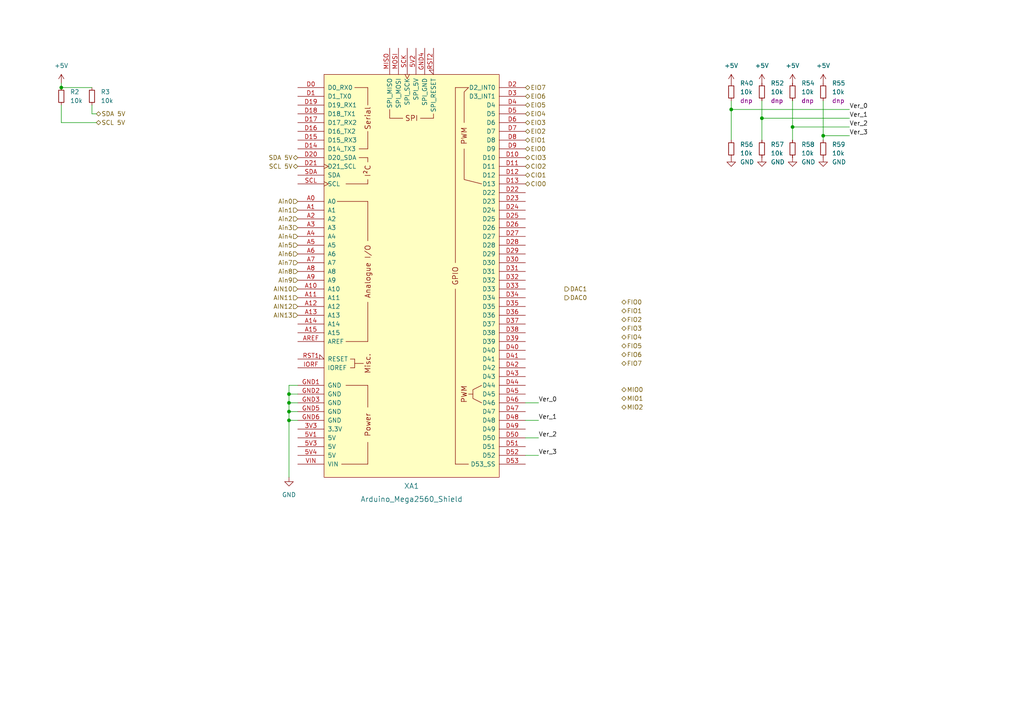
<source format=kicad_sch>
(kicad_sch (version 20211123) (generator eeschema)
  (paper "A4")
  (title_block (title "CIB PCB") (date "2022-05-27") (company "ChargePoint, Inc"))
  (lib_symbols
    (symbol "Arduino:Arduino_Mega2560_Shield" (pin_names (offset 1.016))
      (property "Reference" "XA" (at 2.54 0 90))
      (property "Value" "Arduino_Mega2560_Shield" (at -2.54 0 90))
      (symbol "Arduino_Mega2560_Shield_0_0"
        (rectangle (start -25.4 -58.42) (end 25.4 58.42) (fill (type background)))
        (rectangle (start -20.32 -54.61) (end -12.7 -54.61))
        (rectangle (start -19.05 -31.75) (end -12.7 -31.75))
        (rectangle (start -19.05 -19.05) (end -12.7 -19.05))
        (rectangle (start -19.05 26.67) (end -12.7 26.67))
        (rectangle (start -17.78 -26.67) (end -16.51 -26.67))
        (rectangle (start -17.78 -24.13) (end -16.51 -24.13))
        (rectangle (start -16.51 -25.4) (end -13.97 -25.4))
        (rectangle (start -16.51 -24.13) (end -16.51 -26.67))
        (rectangle (start -16.51 54.61) (end -12.7 54.61))
        (rectangle (start -15.24 34.29) (end -12.7 34.29))
        (rectangle (start -15.24 36.83) (end -12.7 36.83))
        (rectangle (start -12.7 -54.61) (end -12.7 -48.26))
        (rectangle (start -12.7 -31.75) (end -12.7 -38.1))
        (rectangle (start -12.7 26.67) (end -12.7 27.94))
        (rectangle (start -12.7 34.29) (end -12.7 33.02))
        (rectangle (start -12.7 41.91) (end -12.7 36.83))
        (rectangle (start -12.7 49.53) (end -12.7 54.61))
        (rectangle (start -6.35 48.26) (end -6.35 45.72))
        (rectangle (start -2.54 45.72) (end -6.35 45.72))
        (polyline (pts (xy -21.59 21.59) (xy -12.7 21.59)))
        (polyline (pts (xy -12.7 -19.05) (xy -12.7 -7.62)))
        (polyline (pts (xy -12.7 10.16) (xy -12.7 21.59)))
        (polyline (pts (xy 12.7 -54.61) (xy 16.51 -54.61)))
        (polyline (pts (xy 12.7 54.61) (xy 16.51 54.61)))
        (polyline (pts (xy 17.78 -34.29) (xy 16.51 -34.29)))
        (polyline (pts (xy 15.24 36.83) (xy 15.24 27.94) (xy 20.32 26.67)))
        (polyline (pts (xy 15.24 44.45) (xy 15.24 53.34) (xy 16.51 54.61)))
        (polyline (pts (xy 20.32 -31.75) (xy 17.78 -33.02) (xy 17.78 -35.56) (xy 20.32 -36.83)))
        (rectangle (start 6.35 45.72) (end 2.54 45.72))
        (rectangle (start 6.35 46.99) (end 6.35 45.72))
        (text "Analogue I/O" (at -12.7 1.27 900) (effects (font (size 1.524 1.524))))
        (text "I²C" (at -12.7 30.48 900) (effects (font (size 1.524 1.524))))
        (text "Misc." (at -12.7 -25.4 900) (effects (font (size 1.524 1.524))))
        (text "Power" (at -12.7 -43.18 900) (effects (font (size 1.524 1.524))))
        (text "PWM" (at 15.24 -34.29 900) (effects (font (size 1.524 1.524))))
        (text "PWM" (at 15.24 40.64 900) (effects (font (size 1.524 1.524))))
        (text "Serial" (at -12.7 45.72 900) (effects (font (size 1.524 1.524))))
        (text "SPI" (at 0 45.72 0) (effects (font (size 1.524 1.524))))
      )
      (symbol "Arduino_Mega2560_Shield_1_0"
        (rectangle (start 12.7 -54.61) (end 12.7 -3.81))
        (rectangle (start 12.7 54.61) (end 12.7 3.81))
        (text "GPIO" (at 12.7 0 900) (effects (font (size 1.524 1.524))))
      )
      (symbol "Arduino_Mega2560_Shield_1_1"
        (pin power_in line (at -33.02 -44.45 0) (length 7.62) (name "3.3V") (number "3V3"))
        (pin power_in line (at -33.02 -46.99 0) (length 7.62) (name "5V") (number "5V1"))
        (pin power_in line (at 1.27 66.04 270) (length 7.62) (name "SPI_5V") (number "5V2"))
        (pin power_in line (at -33.02 -49.53 0) (length 7.62) (name "5V") (number "5V3"))
        (pin power_in line (at -33.02 -52.07 0) (length 7.62) (name "5V") (number "5V4"))
        (pin bidirectional line (at -33.02 21.59 0) (length 7.62) (name "A0") (number "A0"))
        (pin bidirectional line (at -33.02 19.05 0) (length 7.62) (name "A1") (number "A1"))
        (pin bidirectional line (at -33.02 -3.81 0) (length 7.62) (name "A10") (number "A10"))
        (pin bidirectional line (at -33.02 -6.35 0) (length 7.62) (name "A11") (number "A11"))
        (pin bidirectional line (at -33.02 -8.89 0) (length 7.62) (name "A12") (number "A12"))
        (pin bidirectional line (at -33.02 -11.43 0) (length 7.62) (name "A13") (number "A13"))
        (pin bidirectional line (at -33.02 -13.97 0) (length 7.62) (name "A14") (number "A14"))
        (pin bidirectional line (at -33.02 -16.51 0) (length 7.62) (name "A15") (number "A15"))
        (pin bidirectional line (at -33.02 16.51 0) (length 7.62) (name "A2") (number "A2"))
        (pin bidirectional line (at -33.02 13.97 0) (length 7.62) (name "A3") (number "A3"))
        (pin bidirectional line (at -33.02 11.43 0) (length 7.62) (name "A4") (number "A4"))
        (pin bidirectional line (at -33.02 8.89 0) (length 7.62) (name "A5") (number "A5"))
        (pin bidirectional line (at -33.02 6.35 0) (length 7.62) (name "A6") (number "A6"))
        (pin bidirectional line (at -33.02 3.81 0) (length 7.62) (name "A7") (number "A7"))
        (pin bidirectional line (at -33.02 1.27 0) (length 7.62) (name "A8") (number "A8"))
        (pin bidirectional line (at -33.02 -1.27 0) (length 7.62) (name "A9") (number "A9"))
        (pin input line (at -33.02 -19.05 0) (length 7.62) (name "AREF") (number "AREF"))
        (pin bidirectional line (at -33.02 54.61 0) (length 7.62) (name "D0_RX0") (number "D0"))
        (pin bidirectional line (at -33.02 52.07 0) (length 7.62) (name "D1_TX0") (number "D1"))
        (pin bidirectional line (at 33.02 34.29 180) (length 7.62) (name "D10") (number "D10"))
        (pin bidirectional line (at 33.02 31.75 180) (length 7.62) (name "D11") (number "D11"))
        (pin bidirectional line (at 33.02 29.21 180) (length 7.62) (name "D12") (number "D12"))
        (pin bidirectional line (at 33.02 26.67 180) (length 7.62) (name "D13") (number "D13"))
        (pin bidirectional line (at -33.02 36.83 0) (length 7.62) (name "D14_TX3") (number "D14"))
        (pin bidirectional line (at -33.02 39.37 0) (length 7.62) (name "D15_RX3") (number "D15"))
        (pin bidirectional line (at -33.02 41.91 0) (length 7.62) (name "D16_TX2") (number "D16"))
        (pin bidirectional line (at -33.02 44.45 0) (length 7.62) (name "D17_RX2") (number "D17"))
        (pin bidirectional line (at -33.02 46.99 0) (length 7.62) (name "D18_TX1") (number "D18"))
        (pin bidirectional line (at -33.02 49.53 0) (length 7.62) (name "D19_RX1") (number "D19"))
        (pin bidirectional line (at 33.02 54.61 180) (length 7.62) (name "D2_INT0") (number "D2"))
        (pin bidirectional line (at -33.02 34.29 0) (length 7.62) (name "D20_SDA") (number "D20"))
        (pin bidirectional clock (at -33.02 31.75 0) (length 7.62) (name "D21_SCL") (number "D21"))
        (pin bidirectional line (at 33.02 24.13 180) (length 7.62) (name "D22") (number "D22"))
        (pin bidirectional line (at 33.02 21.59 180) (length 7.62) (name "D23") (number "D23"))
        (pin bidirectional line (at 33.02 19.05 180) (length 7.62) (name "D24") (number "D24"))
        (pin bidirectional line (at 33.02 16.51 180) (length 7.62) (name "D25") (number "D25"))
        (pin bidirectional line (at 33.02 13.97 180) (length 7.62) (name "D26") (number "D26"))
        (pin bidirectional line (at 33.02 11.43 180) (length 7.62) (name "D27") (number "D27"))
        (pin bidirectional line (at 33.02 8.89 180) (length 7.62) (name "D28") (number "D28"))
        (pin bidirectional line (at 33.02 6.35 180) (length 7.62) (name "D29") (number "D29"))
        (pin bidirectional line (at 33.02 52.07 180) (length 7.62) (name "D3_INT1") (number "D3"))
        (pin bidirectional line (at 33.02 3.81 180) (length 7.62) (name "D30") (number "D30"))
        (pin bidirectional line (at 33.02 1.27 180) (length 7.62) (name "D31") (number "D31"))
        (pin bidirectional line (at 33.02 -1.27 180) (length 7.62) (name "D32") (number "D32"))
        (pin bidirectional line (at 33.02 -3.81 180) (length 7.62) (name "D33") (number "D33"))
        (pin bidirectional line (at 33.02 -6.35 180) (length 7.62) (name "D34") (number "D34"))
        (pin bidirectional line (at 33.02 -8.89 180) (length 7.62) (name "D35") (number "D35"))
        (pin bidirectional line (at 33.02 -11.43 180) (length 7.62) (name "D36") (number "D36"))
        (pin bidirectional line (at 33.02 -13.97 180) (length 7.62) (name "D37") (number "D37"))
        (pin bidirectional line (at 33.02 -16.51 180) (length 7.62) (name "D38") (number "D38"))
        (pin bidirectional line (at 33.02 -19.05 180) (length 7.62) (name "D39") (number "D39"))
        (pin bidirectional line (at 33.02 49.53 180) (length 7.62) (name "D4") (number "D4"))
        (pin bidirectional line (at 33.02 -21.59 180) (length 7.62) (name "D40") (number "D40"))
        (pin bidirectional line (at 33.02 -24.13 180) (length 7.62) (name "D41") (number "D41"))
        (pin bidirectional line (at 33.02 -26.67 180) (length 7.62) (name "D42") (number "D42"))
        (pin bidirectional line (at 33.02 -29.21 180) (length 7.62) (name "D43") (number "D43"))
        (pin bidirectional line (at 33.02 -31.75 180) (length 7.62) (name "D44") (number "D44"))
        (pin bidirectional line (at 33.02 -34.29 180) (length 7.62) (name "D45") (number "D45"))
        (pin bidirectional line (at 33.02 -36.83 180) (length 7.62) (name "D46") (number "D46"))
        (pin bidirectional line (at 33.02 -39.37 180) (length 7.62) (name "D47") (number "D47"))
        (pin bidirectional line (at 33.02 -41.91 180) (length 7.62) (name "D48") (number "D48"))
        (pin bidirectional line (at 33.02 -44.45 180) (length 7.62) (name "D49") (number "D49"))
        (pin bidirectional line (at 33.02 46.99 180) (length 7.62) (name "D5") (number "D5"))
        (pin bidirectional line (at 33.02 -46.99 180) (length 7.62) (name "D50") (number "D50"))
        (pin bidirectional line (at 33.02 -49.53 180) (length 7.62) (name "D51") (number "D51"))
        (pin bidirectional line (at 33.02 -52.07 180) (length 7.62) (name "D52") (number "D52"))
        (pin bidirectional line (at 33.02 -54.61 180) (length 7.62) (name "D53_SS") (number "D53"))
        (pin bidirectional line (at 33.02 44.45 180) (length 7.62) (name "D6") (number "D6"))
        (pin bidirectional line (at 33.02 41.91 180) (length 7.62) (name "D7") (number "D7"))
        (pin bidirectional line (at 33.02 39.37 180) (length 7.62) (name "D8") (number "D8"))
        (pin bidirectional line (at 33.02 36.83 180) (length 7.62) (name "D9") (number "D9"))
        (pin power_in line (at -33.02 -31.75 0) (length 7.62) (name "GND") (number "GND1"))
        (pin power_in line (at -33.02 -34.29 0) (length 7.62) (name "GND") (number "GND2"))
        (pin power_in line (at -33.02 -36.83 0) (length 7.62) (name "GND") (number "GND3"))
        (pin power_in line (at 3.81 66.04 270) (length 7.62) (name "SPI_GND") (number "GND4"))
        (pin power_in line (at -33.02 -39.37 0) (length 7.62) (name "GND") (number "GND5"))
        (pin power_in line (at -33.02 -41.91 0) (length 7.62) (name "GND") (number "GND6"))
        (pin output line (at -33.02 -26.67 0) (length 7.62) (name "IOREF") (number "IORF"))
        (pin input line (at -6.35 66.04 270) (length 7.62) (name "SPI_MISO") (number "MISO"))
        (pin output line (at -3.81 66.04 270) (length 7.62) (name "SPI_MOSI") (number "MOSI"))
        (pin open_collector input_low (at -33.02 -24.13 0) (length 7.62) (name "RESET") (number "RST1"))
        (pin open_collector input_low (at 6.35 66.04 270) (length 7.62) (name "SPI_RESET") (number "RST2"))
        (pin output clock (at -1.27 66.04 270) (length 7.62) (name "SPI_SCK") (number "SCK"))
        (pin bidirectional clock (at -33.02 26.67 0) (length 7.62) (name "SCL") (number "SCL"))
        (pin bidirectional line (at -33.02 29.21 0) (length 7.62) (name "SDA") (number "SDA"))
        (pin power_in line (at -33.02 -54.61 0) (length 7.62) (name "VIN") (number "VIN"))
      )
    )
    (symbol "Device:R_Small" (pin_numbers hide) (pin_names (offset 0.254) hide)
      (property "Reference" "R" (at 0.762 0.508 0))
      (property "Value" "R_Small" (at 0.762 -1.016 0))
      (symbol "R_Small_0_1"
        (rectangle (start -0.762 1.778) (end 0.762 -1.778) (stroke (width 0.2032)))
      )
      (symbol "R_Small_1_1"
        (pin passive line (at 0 2.54 270) (length 0.762) (name "~") (number "1"))
        (pin passive line (at 0 -2.54 90) (length 0.762) (name "~") (number "2"))
      )
    )
    (symbol "power:+5V" (power) (pin_names (offset 0))
      (property "Value" "+5V" (at 0 3.556 0))
      (symbol "+5V_0_1"
        (polyline (pts (xy -0.762 1.27) (xy 0 2.54)))
        (polyline (pts (xy 0 0) (xy 0 2.54)))
        (polyline (pts (xy 0 2.54) (xy 0.762 1.27)))
      )
      (symbol "+5V_1_1"
        (pin power_in line (at 0 0 90) (length 0) hide (name "+5V") (number "1"))
      )
    )
    (symbol "power:GND" (power) (pin_names (offset 0))
      (property "Value" "GND" (at 0 -3.81 0))
      (symbol "GND_0_1"
        (polyline (pts (xy 0 0) (xy 0 -1.27) (xy 1.27 -1.27) (xy 0 -2.54) (xy -1.27 -1.27) (xy 0 -1.27)))
      )
      (symbol "GND_1_1"
        (pin power_in line (at 0 0 270) (length 0) hide (name "GND") (number "1"))
      )
    )
  )
  (junction (at 220.98 34.29))
  (junction (at 83.82 119.38))
  (junction (at 83.82 116.84))
  (junction (at 212.09 31.75))
  (junction (at 83.82 121.92))
  (junction (at 83.82 114.3))
  (junction (at 238.76 39.37))
  (junction (at 17.78 25.4))
  (junction (at 229.87 36.83))
  (wire (pts (xy 83.82 114.3) (xy 83.82 116.84)))
  (wire (pts (xy 212.09 29.21) (xy 212.09 31.75)))
  (wire (pts (xy 229.87 29.21) (xy 229.87 36.83)))
  (wire (pts (xy 152.4 121.92) (xy 156.21 121.92)))
  (wire (pts (xy 17.78 35.56) (xy 27.94 35.56)))
  (wire (pts (xy 212.09 31.75) (xy 212.09 40.64)))
  (wire (pts (xy 220.98 29.21) (xy 220.98 34.29)))
  (wire (pts (xy 83.82 119.38) (xy 83.82 121.92)))
  (wire (pts (xy 152.4 116.84) (xy 156.21 116.84)))
  (wire (pts (xy 83.82 121.92) (xy 86.36 121.92)))
  (wire (pts (xy 229.87 36.83) (xy 229.87 40.64)))
  (wire (pts (xy 26.67 33.02) (xy 27.94 33.02)))
  (wire (pts (xy 238.76 39.37) (xy 238.76 40.64)))
  (wire (pts (xy 86.36 111.76) (xy 83.82 111.76)))
  (wire (pts (xy 83.82 114.3) (xy 86.36 114.3)))
  (wire (pts (xy 152.4 132.08) (xy 156.21 132.08)))
  (wire (pts (xy 83.82 111.76) (xy 83.82 114.3)))
  (wire (pts (xy 83.82 121.92) (xy 83.82 138.43)))
  (wire (pts (xy 229.87 36.83) (xy 246.38 36.83)))
  (wire (pts (xy 220.98 34.29) (xy 220.98 40.64)))
  (wire (pts (xy 238.76 39.37) (xy 246.38 39.37)))
  (wire (pts (xy 152.4 127) (xy 156.21 127)))
  (wire (pts (xy 83.82 116.84) (xy 86.36 116.84)))
  (wire (pts (xy 220.98 34.29) (xy 246.38 34.29)))
  (wire (pts (xy 17.78 24.13) (xy 17.78 25.4)))
  (wire (pts (xy 17.78 25.4) (xy 26.67 25.4)))
  (wire (pts (xy 238.76 29.21) (xy 238.76 39.37)))
  (wire (pts (xy 212.09 31.75) (xy 246.38 31.75)))
  (wire (pts (xy 26.67 33.02) (xy 26.67 30.48)))
  (wire (pts (xy 83.82 116.84) (xy 83.82 119.38)))
  (wire (pts (xy 83.82 119.38) (xy 86.36 119.38)))
  (wire (pts (xy 17.78 30.48) (xy 17.78 35.56)))
  (label "Ver_2" (at 156.21 127 0))
  (label "Ver_3" (at 246.38 39.37 0))
  (label "Ver_3" (at 156.21 132.08 0))
  (label "Ver_0" (at 156.21 116.84 0))
  (label "Ver_1" (at 246.38 34.29 0))
  (label "Ver_1" (at 156.21 121.92 0))
  (label "Ver_0" (at 246.38 31.75 0))
  (label "Ver_2" (at 246.38 36.83 0))
  (hierarchical_label "AIN11" (shape input) (at 86.36 86.36 180))
  (hierarchical_label "Ain7" (shape input) (at 86.36 76.2 180))
  (hierarchical_label "Ain3" (shape input) (at 86.36 66.04 180))
  (hierarchical_label "EIO4" (shape bidirectional) (at 152.4 33.02 0))
  (hierarchical_label "Ain5" (shape input) (at 86.36 71.12 180))
  (hierarchical_label "CIO0" (shape bidirectional) (at 152.4 53.34 0))
  (hierarchical_label "Ain9" (shape input) (at 86.36 81.28 180))
  (hierarchical_label "AIN12" (shape input) (at 86.36 88.9 180))
  (hierarchical_label "FIO6" (shape bidirectional) (at 180.34 102.87 0))
  (hierarchical_label "MIO1" (shape bidirectional) (at 180.34 115.57 0))
  (hierarchical_label "Ain6" (shape input) (at 86.36 73.66 180))
  (hierarchical_label "SDA 5V" (shape bidirectional) (at 86.36 45.72 180))
  (hierarchical_label "Ain8" (shape input) (at 86.36 78.74 180))
  (hierarchical_label "DAC0" (shape output) (at 163.83 86.36 0))
  (hierarchical_label "Ain2" (shape input) (at 86.36 63.5 180))
  (hierarchical_label "FIO5" (shape bidirectional) (at 180.34 100.33 0))
  (hierarchical_label "SCL 5V" (shape bidirectional) (at 86.36 48.26 180))
  (hierarchical_label "FIO7" (shape bidirectional) (at 180.34 105.41 0))
  (hierarchical_label "FIO1" (shape bidirectional) (at 180.34 90.17 0))
  (hierarchical_label "FIO4" (shape bidirectional) (at 180.34 97.79 0))
  (hierarchical_label "Ain0" (shape input) (at 86.36 58.42 180))
  (hierarchical_label "EIO6" (shape bidirectional) (at 152.4 27.94 0))
  (hierarchical_label "EIO7" (shape bidirectional) (at 152.4 25.4 0))
  (hierarchical_label "CIO1" (shape bidirectional) (at 152.4 50.8 0))
  (hierarchical_label "AIN13" (shape input) (at 86.36 91.44 180))
  (hierarchical_label "AIN10" (shape input) (at 86.36 83.82 180))
  (hierarchical_label "EIO5" (shape bidirectional) (at 152.4 30.48 0))
  (hierarchical_label "MIO0" (shape bidirectional) (at 180.34 113.03 0))
  (hierarchical_label "MIO2" (shape bidirectional) (at 180.34 118.11 0))
  (hierarchical_label "EIO1" (shape bidirectional) (at 152.4 40.64 0))
  (hierarchical_label "CIO2" (shape bidirectional) (at 152.4 48.26 0))
  (hierarchical_label "Ain4" (shape input) (at 86.36 68.58 180))
  (hierarchical_label "EIO3" (shape bidirectional) (at 152.4 35.56 0))
  (hierarchical_label "CIO3" (shape bidirectional) (at 152.4 45.72 0))
  (hierarchical_label "DAC1" (shape output) (at 163.83 83.82 0))
  (hierarchical_label "SDA 5V" (shape bidirectional) (at 27.94 33.02 0))
  (hierarchical_label "FIO2" (shape bidirectional) (at 180.34 92.71 0))
  (hierarchical_label "FIO3" (shape bidirectional) (at 180.34 95.25 0))
  (hierarchical_label "Ain1" (shape input) (at 86.36 60.96 180))
  (hierarchical_label "SCL 5V" (shape bidirectional) (at 27.94 35.56 0))
  (hierarchical_label "EIO0" (shape bidirectional) (at 152.4 43.18 0))
  (hierarchical_label "FIO0" (shape bidirectional) (at 180.34 87.63 0))
  (hierarchical_label "EIO2" (shape bidirectional) (at 152.4 38.1 0))
  (symbol (lib_id "power:GND") (at 220.98 45.72 0) (unit 1)
    (property "Reference" "#PWR0421" (effects hide))
    (property "Value" "GND" (at 223.52 46.9899 0) (effects (justify left)))
  )
  (symbol (lib_id "power:GND") (at 238.76 45.72 0) (unit 1)
    (property "Reference" "#PWR0427" (effects hide))
    (property "Value" "GND" (at 241.3 46.9899 0) (effects (justify left)))
  )
  (symbol (lib_id "Device:R_Small") (at 26.67 27.94 0) (unit 1)
    (property "Reference" "R3" (at 29.21 26.6699 0) (effects (justify left)))
    (property "Value" "10k" (at 29.21 29.2099 0) (effects (justify left)))
    (property "Footprint" "Resistor_SMD:R_1206_3216Metric_Pad1.30x1.75mm_HandSolder" (effects hide))
    (property "Datasheet" "https://industrial.panasonic.com/ww/products/pt/general-purpose-chip-resistors/models/ERJ6GEYJ681V" (effects hide))
    (property "DigiKey #" "P10KACT-ND" (effects hide))
    (property "Farnell #" "7326539" (effects hide))
    (property "Manufacturer" "Panasonic Electronics Company" (effects hide))
    (property "Manufacturer #" "ERJ-6GEYJ103V" (effects hide))
  )
  (symbol (lib_id "power:+5V") (at 238.76 24.13 0) (unit 1)
    (property "Reference" "#PWR0422" (effects hide))
    (property "Value" "+5V" (at 238.76 19.05 0))
  )
  (symbol (lib_id "Device:R_Small") (at 17.78 27.94 0) (unit 1)
    (property "Reference" "R2" (at 20.32 26.6699 0) (effects (justify left)))
    (property "Value" "10k" (at 20.32 29.2099 0) (effects (justify left)))
    (property "Footprint" "Resistor_SMD:R_1206_3216Metric_Pad1.30x1.75mm_HandSolder" (effects hide))
    (property "Datasheet" "https://industrial.panasonic.com/ww/products/pt/general-purpose-chip-resistors/models/ERJ6GEYJ681V" (effects hide))
    (property "DigiKey #" "P10KACT-ND" (effects hide))
    (property "Farnell #" "7326539" (effects hide))
    (property "Manufacturer" "Panasonic Electronics Company" (effects hide))
    (property "Manufacturer #" "ERJ-6GEYJ103V" (effects hide))
  )
  (symbol (lib_id "Device:R_Small") (at 238.76 26.67 0) (unit 1)
    (property "Reference" "R55" (at 241.3 24.1299 0) (effects (justify left)))
    (property "Value" "10k" (at 241.3 26.6699 0) (effects (justify left)))
    (property "Footprint" "Resistor_SMD:R_1206_3216Metric_Pad1.30x1.75mm_HandSolder" (effects hide))
    (property "Datasheet" "https://industrial.panasonic.com/ww/products/pt/general-purpose-chip-resistors/models/ERJ6GEYJ681V" (effects hide))
    (property "DigiKey #" "P10KACT-ND" (effects hide))
    (property "Farnell #" "7326539" (effects hide))
    (property "Manufacturer" "Panasonic Electronics Company" (effects hide))
    (property "Manufacturer #" "ERJ-6GEYJ103V" (effects hide))
    (property "dnp" "dnp" (at 241.3 29.2099 0) (effects (justify left)))
  )
  (symbol (lib_id "Arduino:Arduino_Mega2560_Shield") (at 119.38 80.01 0) (unit 1)
    (property "Reference" "XA1" (at 119.38 140.97 0) (effects (font (size 1.524 1.524))))
    (property "Value" "Arduino_Mega2560_Shield" (at 119.38 144.78 0) (effects (font (size 1.524 1.524))))
    (property "Footprint" "Arduino:Arduino_Mega2560_Shield" (effects hide))
  )
  (symbol (lib_id "Device:R_Small") (at 229.87 43.18 0) (unit 1)
    (property "Reference" "R58" (at 232.41 41.9099 0) (effects (justify left)))
    (property "Value" "10k" (at 232.41 44.4499 0) (effects (justify left)))
    (property "Footprint" "Resistor_SMD:R_1206_3216Metric_Pad1.30x1.75mm_HandSolder" (effects hide))
    (property "Datasheet" "https://industrial.panasonic.com/ww/products/pt/general-purpose-chip-resistors/models/ERJ6GEYJ681V" (effects hide))
    (property "DigiKey #" "P10KACT-ND" (effects hide))
    (property "Farnell #" "7326539" (effects hide))
    (property "Manufacturer" "Panasonic Electronics Company" (effects hide))
    (property "Manufacturer #" "ERJ-6GEYJ103V" (effects hide))
  )
  (symbol (lib_id "power:+5V") (at 212.09 24.13 0) (unit 1)
    (property "Reference" "#PWR0424" (effects hide))
    (property "Value" "+5V" (at 212.09 19.05 0))
  )
  (symbol (lib_id "power:+5V") (at 220.98 24.13 0) (unit 1)
    (property "Reference" "#PWR0423" (effects hide))
    (property "Value" "+5V" (at 220.98 19.05 0))
  )
  (symbol (lib_id "power:GND") (at 229.87 45.72 0) (unit 1)
    (property "Reference" "#PWR0426" (effects hide))
    (property "Value" "GND" (at 232.41 46.9899 0) (effects (justify left)))
  )
  (symbol (lib_id "power:+5V") (at 17.78 24.13 0) (unit 1)
    (property "Reference" "#PWR019" (effects hide))
    (property "Value" "+5V" (at 17.78 19.05 0))
  )
  (symbol (lib_id "power:GND") (at 83.82 138.43 0) (unit 1)
    (property "Reference" "#PWR0376" (effects hide))
    (property "Value" "GND" (at 83.82 143.51 0))
  )
  (symbol (lib_id "power:GND") (at 212.09 45.72 0) (unit 1)
    (property "Reference" "#PWR0420" (effects hide))
    (property "Value" "GND" (at 214.63 46.9899 0) (effects (justify left)))
  )
  (symbol (lib_id "Device:R_Small") (at 238.76 43.18 0) (unit 1)
    (property "Reference" "R59" (at 241.3 41.9099 0) (effects (justify left)))
    (property "Value" "10k" (at 241.3 44.4499 0) (effects (justify left)))
    (property "Footprint" "Resistor_SMD:R_1206_3216Metric_Pad1.30x1.75mm_HandSolder" (effects hide))
    (property "Datasheet" "https://industrial.panasonic.com/ww/products/pt/general-purpose-chip-resistors/models/ERJ6GEYJ681V" (effects hide))
    (property "DigiKey #" "P10KACT-ND" (effects hide))
    (property "Farnell #" "7326539" (effects hide))
    (property "Manufacturer" "Panasonic Electronics Company" (effects hide))
    (property "Manufacturer #" "ERJ-6GEYJ103V" (effects hide))
  )
  (symbol (lib_id "Device:R_Small") (at 220.98 43.18 0) (unit 1)
    (property "Reference" "R57" (at 223.52 41.9099 0) (effects (justify left)))
    (property "Value" "10k" (at 223.52 44.4499 0) (effects (justify left)))
    (property "Footprint" "Resistor_SMD:R_1206_3216Metric_Pad1.30x1.75mm_HandSolder" (effects hide))
    (property "Datasheet" "https://industrial.panasonic.com/ww/products/pt/general-purpose-chip-resistors/models/ERJ6GEYJ681V" (effects hide))
    (property "DigiKey #" "P10KACT-ND" (effects hide))
    (property "Farnell #" "7326539" (effects hide))
    (property "Manufacturer" "Panasonic Electronics Company" (effects hide))
    (property "Manufacturer #" "ERJ-6GEYJ103V" (effects hide))
  )
  (symbol (lib_id "Device:R_Small") (at 229.87 26.67 0) (unit 1)
    (property "Reference" "R54" (at 232.41 24.1299 0) (effects (justify left)))
    (property "Value" "10k" (at 232.41 26.6699 0) (effects (justify left)))
    (property "Footprint" "Resistor_SMD:R_1206_3216Metric_Pad1.30x1.75mm_HandSolder" (effects hide))
    (property "Datasheet" "https://industrial.panasonic.com/ww/products/pt/general-purpose-chip-resistors/models/ERJ6GEYJ681V" (effects hide))
    (property "DigiKey #" "P10KACT-ND" (effects hide))
    (property "Farnell #" "7326539" (effects hide))
    (property "Manufacturer" "Panasonic Electronics Company" (effects hide))
    (property "Manufacturer #" "ERJ-6GEYJ103V" (effects hide))
    (property "dnp" "dnp" (at 232.41 29.2099 0) (effects (justify left)))
  )
  (symbol (lib_id "Device:R_Small") (at 212.09 26.67 0) (unit 1)
    (property "Reference" "R40" (at 214.63 24.1299 0) (effects (justify left)))
    (property "Value" "10k" (at 214.63 26.6699 0) (effects (justify left)))
    (property "Footprint" "Resistor_SMD:R_1206_3216Metric_Pad1.30x1.75mm_HandSolder" (effects hide))
    (property "Datasheet" "https://industrial.panasonic.com/ww/products/pt/general-purpose-chip-resistors/models/ERJ6GEYJ681V" (effects hide))
    (property "DigiKey #" "P10KACT-ND" (effects hide))
    (property "Farnell #" "7326539" (effects hide))
    (property "Manufacturer" "Panasonic Electronics Company" (effects hide))
    (property "Manufacturer #" "ERJ-6GEYJ103V" (effects hide))
    (property "dnp" "dnp" (at 214.63 29.2099 0) (effects (justify left)))
  )
  (symbol (lib_id "Device:R_Small") (at 212.09 43.18 0) (unit 1)
    (property "Reference" "R56" (at 214.63 41.9099 0) (effects (justify left)))
    (property "Value" "10k" (at 214.63 44.4499 0) (effects (justify left)))
    (property "Footprint" "Resistor_SMD:R_1206_3216Metric_Pad1.30x1.75mm_HandSolder" (effects hide))
    (property "Datasheet" "https://industrial.panasonic.com/ww/products/pt/general-purpose-chip-resistors/models/ERJ6GEYJ681V" (effects hide))
    (property "DigiKey #" "P10KACT-ND" (effects hide))
    (property "Farnell #" "7326539" (effects hide))
    (property "Manufacturer" "Panasonic Electronics Company" (effects hide))
    (property "Manufacturer #" "ERJ-6GEYJ103V" (effects hide))
  )
  (symbol (lib_id "Device:R_Small") (at 220.98 26.67 0) (unit 1)
    (property "Reference" "R52" (at 223.52 24.1299 0) (effects (justify left)))
    (property "Value" "10k" (at 223.52 26.6699 0) (effects (justify left)))
    (property "Footprint" "Resistor_SMD:R_1206_3216Metric_Pad1.30x1.75mm_HandSolder" (effects hide))
    (property "Datasheet" "https://industrial.panasonic.com/ww/products/pt/general-purpose-chip-resistors/models/ERJ6GEYJ681V" (effects hide))
    (property "DigiKey #" "P10KACT-ND" (effects hide))
    (property "Farnell #" "7326539" (effects hide))
    (property "Manufacturer" "Panasonic Electronics Company" (effects hide))
    (property "Manufacturer #" "ERJ-6GEYJ103V" (effects hide))
    (property "dnp" "dnp" (at 223.52 29.2099 0) (effects (justify left)))
  )
  (symbol (lib_id "power:+5V") (at 229.87 24.13 0) (unit 1)
    (property "Reference" "#PWR0425" (effects hide))
    (property "Value" "+5V" (at 229.87 19.05 0))
  )
)
</source>
